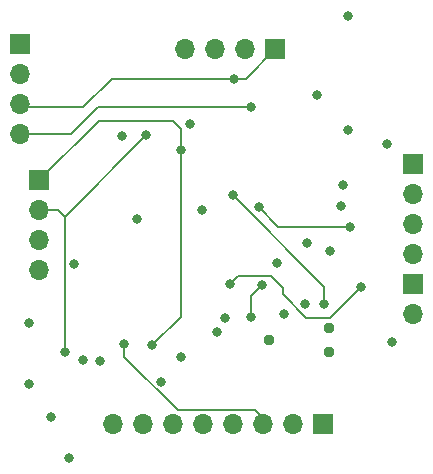
<source format=gbr>
%TF.GenerationSoftware,KiCad,Pcbnew,5.1.6-1.fc32*%
%TF.CreationDate,2020-08-28T03:42:22+01:00*%
%TF.ProjectId,ACNodeReader,41434e6f-6465-4526-9561-6465722e6b69,rev?*%
%TF.SameCoordinates,Original*%
%TF.FileFunction,Copper,L3,Inr*%
%TF.FilePolarity,Positive*%
%FSLAX46Y46*%
G04 Gerber Fmt 4.6, Leading zero omitted, Abs format (unit mm)*
G04 Created by KiCad (PCBNEW 5.1.6-1.fc32) date 2020-08-28 03:42:22*
%MOMM*%
%LPD*%
G01*
G04 APERTURE LIST*
%TA.AperFunction,ViaPad*%
%ADD10O,1.700000X1.700000*%
%TD*%
%TA.AperFunction,ViaPad*%
%ADD11R,1.700000X1.700000*%
%TD*%
%TA.AperFunction,ViaPad*%
%ADD12C,0.949960*%
%TD*%
%TA.AperFunction,ViaPad*%
%ADD13C,0.800000*%
%TD*%
%TA.AperFunction,Conductor*%
%ADD14C,0.160000*%
%TD*%
G04 APERTURE END LIST*
D10*
%TO.N,i2c_SDA*%
%TO.C,J7*%
X112522000Y-73660000D03*
%TO.N,i2c_SCL*%
X112522000Y-71120000D03*
%TO.N,GND*%
X112522000Y-68580000D03*
D11*
%TO.N,+5V*%
X112522000Y-66040000D03*
%TD*%
D10*
%TO.N,GND*%
%TO.C,J6*%
X114109500Y-85217000D03*
%TO.N,+5V*%
X114109500Y-82677000D03*
%TO.N,/uC_RX*%
X114109500Y-80137000D03*
D11*
%TO.N,/uC_TX*%
X114109500Y-77597000D03*
%TD*%
D10*
%TO.N,Net-(J5-Pad4)*%
%TO.C,J5*%
X145732500Y-83820000D03*
%TO.N,Net-(J5-Pad3)*%
X145732500Y-81280000D03*
%TO.N,Net-(J5-Pad2)*%
X145732500Y-78740000D03*
D11*
%TO.N,Net-(J5-Pad1)*%
X145732500Y-76200000D03*
%TD*%
D10*
%TO.N,Net-(C10-Pad2)*%
%TO.C,J4*%
X145732500Y-88900000D03*
D11*
%TO.N,Net-(C10-Pad1)*%
X145732500Y-86360000D03*
%TD*%
D10*
%TO.N,/RX+*%
%TO.C,J1*%
X120396000Y-98200000D03*
%TO.N,/RX-*%
X122936000Y-98200000D03*
%TO.N,/TX+*%
X125476000Y-98200000D03*
%TO.N,+12V*%
X128016000Y-98200000D03*
X130556000Y-98200000D03*
%TO.N,/TX-*%
X133096000Y-98200000D03*
%TO.N,GND*%
X135636000Y-98200000D03*
D11*
X138176000Y-98200000D03*
%TD*%
D10*
%TO.N,GND*%
%TO.C,J3*%
X126480000Y-66500000D03*
%TO.N,+5V*%
X129020000Y-66500000D03*
%TO.N,i2c_SDA*%
X131560000Y-66500000D03*
D11*
%TO.N,i2c_SCL*%
X134100000Y-66500000D03*
%TD*%
D12*
%TO.N,N/C*%
%TO.C,J2*%
X138620500Y-92138500D03*
X138620500Y-90106500D03*
X133540500Y-91122500D03*
%TD*%
D13*
%TO.N,GND*%
X140295000Y-73302500D03*
X122428000Y-80899000D03*
X117098500Y-84650000D03*
X121157500Y-73850000D03*
X113220500Y-94805500D03*
X117792500Y-92773500D03*
X129159000Y-90424000D03*
X140295000Y-63667000D03*
X136588500Y-88074500D03*
X115125500Y-97599500D03*
X139699992Y-79755992D03*
X124414990Y-94625000D03*
%TO.N,+12V*%
X116649500Y-101092000D03*
%TO.N,+5V*%
X129857500Y-89217500D03*
X137655500Y-70345500D03*
X136779000Y-82867500D03*
X127889000Y-80137000D03*
X143573500Y-74549000D03*
X143980000Y-91275000D03*
X126844000Y-72800000D03*
X119289490Y-92900500D03*
X139855000Y-77950000D03*
X126111000Y-92583000D03*
X113284000Y-89662000D03*
X134810500Y-88900000D03*
%TO.N,Net-(C10-Pad1)*%
X141351000Y-86614000D03*
X130301978Y-86360000D03*
%TO.N,/TX-*%
X121285000Y-91440006D03*
%TO.N,Net-(J2-Pad5)*%
X130492500Y-78867000D03*
X138271721Y-88066394D03*
%TO.N,Net-(J2-Pad1)*%
X132080000Y-89154000D03*
X132969000Y-86487000D03*
%TO.N,i2c_SDA*%
X132080000Y-71374000D03*
%TO.N,i2c_SCL*%
X130600000Y-68980500D03*
%TO.N,/uC_TX*%
X126111000Y-74993502D03*
X123698000Y-91567000D03*
%TO.N,/uC_RX*%
X116268500Y-92138500D03*
X123190008Y-73787000D03*
%TO.N,/LED2*%
X140398500Y-81534000D03*
X132715000Y-79883000D03*
%TO.N,/LED3*%
X138777000Y-83600000D03*
X134270750Y-84550250D03*
%TD*%
D14*
%TO.N,Net-(C10-Pad1)*%
X133715999Y-85709999D02*
X130951979Y-85709999D01*
X134747000Y-86741000D02*
X133715999Y-85709999D01*
X130951979Y-85709999D02*
X130301978Y-86360000D01*
X136706599Y-89199001D02*
X134747000Y-87239402D01*
X134747000Y-87239402D02*
X134747000Y-86741000D01*
X138765999Y-89199001D02*
X136706599Y-89199001D01*
X141351000Y-86614000D02*
X138765999Y-89199001D01*
%TO.N,/TX-*%
X125841314Y-97069999D02*
X121285000Y-92513685D01*
X133520000Y-98200000D02*
X132389999Y-97069999D01*
X132389999Y-97069999D02*
X125841314Y-97069999D01*
X121285000Y-92513685D02*
X121285000Y-91440006D01*
%TO.N,Net-(J2-Pad5)*%
X130492500Y-78867000D02*
X138271721Y-86646221D01*
X138271721Y-86646221D02*
X138271721Y-88066394D01*
%TO.N,Net-(J2-Pad1)*%
X132080000Y-89154000D02*
X132080000Y-87376000D01*
X132080000Y-87376000D02*
X132969000Y-86487000D01*
%TO.N,i2c_SDA*%
X119126000Y-71374000D02*
X132080000Y-71374000D01*
X116840000Y-73660000D02*
X119126000Y-71374000D01*
X112522000Y-73660000D02*
X116840000Y-73660000D01*
%TO.N,i2c_SCL*%
X131619500Y-68980500D02*
X134100000Y-66500000D01*
X130600000Y-68980500D02*
X131619500Y-68980500D01*
X120249500Y-68980500D02*
X130600000Y-68980500D01*
X117856000Y-71374000D02*
X120249500Y-68980500D01*
X112776000Y-71374000D02*
X117856000Y-71374000D01*
X112522000Y-71120000D02*
X112776000Y-71374000D01*
%TO.N,/uC_TX*%
X126111000Y-73205998D02*
X126111000Y-74993502D01*
X125470501Y-72565499D02*
X126111000Y-73205998D01*
X119141001Y-72565499D02*
X125470501Y-72565499D01*
X114109500Y-77597000D02*
X119141001Y-72565499D01*
X126111000Y-74993502D02*
X126111000Y-89154000D01*
X126111000Y-89154000D02*
X123698000Y-91567000D01*
%TO.N,/uC_RX*%
X116268500Y-80708508D02*
X123190008Y-73787000D01*
X116268500Y-92138500D02*
X116268500Y-80708508D01*
X115696992Y-80137000D02*
X116268500Y-80708508D01*
X114109500Y-80137000D02*
X115696992Y-80137000D01*
%TO.N,/LED2*%
X140398500Y-81534000D02*
X134366000Y-81534000D01*
X134366000Y-81534000D02*
X132715000Y-79883000D01*
%TD*%
M02*

</source>
